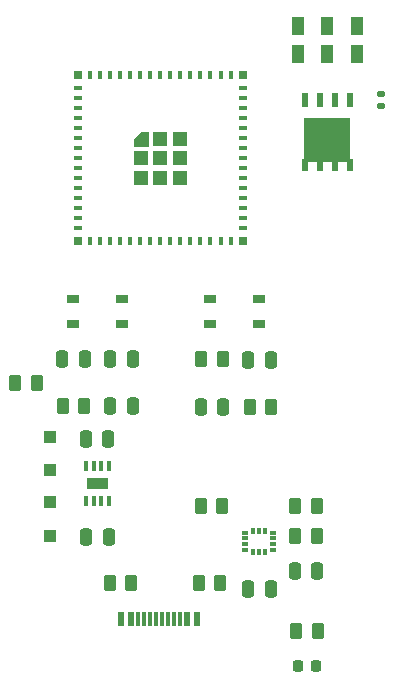
<source format=gbr>
%TF.GenerationSoftware,KiCad,Pcbnew,8.0.0*%
%TF.CreationDate,2024-09-30T13:09:28-07:00*%
%TF.ProjectId,BattleBot,42617474-6c65-4426-9f74-2e6b69636164,rev?*%
%TF.SameCoordinates,Original*%
%TF.FileFunction,Paste,Top*%
%TF.FilePolarity,Positive*%
%FSLAX46Y46*%
G04 Gerber Fmt 4.6, Leading zero omitted, Abs format (unit mm)*
G04 Created by KiCad (PCBNEW 8.0.0) date 2024-09-30 13:09:28*
%MOMM*%
%LPD*%
G01*
G04 APERTURE LIST*
G04 Aperture macros list*
%AMRoundRect*
0 Rectangle with rounded corners*
0 $1 Rounding radius*
0 $2 $3 $4 $5 $6 $7 $8 $9 X,Y pos of 4 corners*
0 Add a 4 corners polygon primitive as box body*
4,1,4,$2,$3,$4,$5,$6,$7,$8,$9,$2,$3,0*
0 Add four circle primitives for the rounded corners*
1,1,$1+$1,$2,$3*
1,1,$1+$1,$4,$5*
1,1,$1+$1,$6,$7*
1,1,$1+$1,$8,$9*
0 Add four rect primitives between the rounded corners*
20,1,$1+$1,$2,$3,$4,$5,0*
20,1,$1+$1,$4,$5,$6,$7,0*
20,1,$1+$1,$6,$7,$8,$9,0*
20,1,$1+$1,$8,$9,$2,$3,0*%
G04 Aperture macros list end*
%ADD10C,0.010000*%
%ADD11C,0.000000*%
%ADD12RoundRect,0.250000X-0.262500X-0.450000X0.262500X-0.450000X0.262500X0.450000X-0.262500X0.450000X0*%
%ADD13RoundRect,0.250000X0.262500X0.450000X-0.262500X0.450000X-0.262500X-0.450000X0.262500X-0.450000X0*%
%ADD14RoundRect,0.250000X-0.250000X-0.475000X0.250000X-0.475000X0.250000X0.475000X-0.250000X0.475000X0*%
%ADD15RoundRect,0.250000X0.250000X0.475000X-0.250000X0.475000X-0.250000X-0.475000X0.250000X-0.475000X0*%
%ADD16RoundRect,0.250000X-0.300000X0.300000X-0.300000X-0.300000X0.300000X-0.300000X0.300000X0.300000X0*%
%ADD17R,0.610000X1.270000*%
%ADD18R,3.910000X3.810000*%
%ADD19R,0.610000X1.020000*%
%ADD20R,0.800000X0.400000*%
%ADD21R,0.400000X0.800000*%
%ADD22R,1.200000X1.200000*%
%ADD23R,0.800000X0.800000*%
%ADD24R,1.050000X0.650000*%
%ADD25RoundRect,0.135000X-0.185000X0.135000X-0.185000X-0.135000X0.185000X-0.135000X0.185000X0.135000X0*%
%ADD26RoundRect,0.218750X-0.218750X-0.256250X0.218750X-0.256250X0.218750X0.256250X-0.218750X0.256250X0*%
%ADD27R,0.302473X0.931065*%
%ADD28R,1.000000X1.600000*%
%ADD29R,0.600000X1.150000*%
%ADD30R,0.300000X1.150000*%
%ADD31RoundRect,0.250000X0.300000X-0.300000X0.300000X0.300000X-0.300000X0.300000X-0.300000X-0.300000X0*%
%ADD32R,0.610000X0.350000*%
%ADD33R,0.350000X0.610000*%
G04 APERTURE END LIST*
D10*
%TO.C,MCU1*%
X217800000Y-71950000D02*
X216600000Y-71950000D01*
X216600000Y-71350000D01*
X217200000Y-70750000D01*
X217800000Y-70750000D01*
X217800000Y-71950000D01*
G36*
X217800000Y-71950000D02*
G01*
X216600000Y-71950000D01*
X216600000Y-71350000D01*
X217200000Y-70750000D01*
X217800000Y-70750000D01*
X217800000Y-71950000D01*
G37*
D11*
%TO.C,LDO1*%
G36*
X214400001Y-101054466D02*
G01*
X212650001Y-101054466D01*
X212650001Y-100054468D01*
X214400001Y-100054468D01*
X214400001Y-101054466D01*
G37*
%TD*%
D12*
%TO.C,R10*%
X210587500Y-94000000D03*
X212412500Y-94000000D03*
%TD*%
D13*
%TO.C,R2*%
X216412500Y-109000000D03*
X214587500Y-109000000D03*
%TD*%
%TO.C,R12*%
X228250000Y-94075000D03*
X226425000Y-94075000D03*
%TD*%
%TO.C,R13*%
X224137500Y-90000000D03*
X222312500Y-90000000D03*
%TD*%
D12*
%TO.C,R4*%
X230287500Y-102450000D03*
X232112500Y-102450000D03*
%TD*%
%TO.C,R16*%
X230375000Y-113000000D03*
X232200000Y-113000000D03*
%TD*%
D13*
%TO.C,R5*%
X224112500Y-102450000D03*
X222287500Y-102450000D03*
%TD*%
%TO.C,R11*%
X208412500Y-92000000D03*
X206587500Y-92000000D03*
%TD*%
D12*
%TO.C,R1*%
X222087500Y-109000000D03*
X223912500Y-109000000D03*
%TD*%
%TO.C,R3*%
X230287500Y-105000000D03*
X232112500Y-105000000D03*
%TD*%
D14*
%TO.C,C3*%
X230250000Y-107950000D03*
X232150000Y-107950000D03*
%TD*%
%TO.C,C12*%
X222300000Y-94075000D03*
X224200000Y-94075000D03*
%TD*%
D15*
%TO.C,C11*%
X228200000Y-90075000D03*
X226300000Y-90075000D03*
%TD*%
%TO.C,C4*%
X228200000Y-109450000D03*
X226300000Y-109450000D03*
%TD*%
D14*
%TO.C,C13*%
X214600000Y-94000000D03*
X216500000Y-94000000D03*
%TD*%
%TO.C,C1*%
X212550000Y-96750000D03*
X214450000Y-96750000D03*
%TD*%
D15*
%TO.C,C5*%
X212450000Y-90000000D03*
X210550000Y-90000000D03*
%TD*%
D14*
%TO.C,C14*%
X214600000Y-90000000D03*
X216500000Y-90000000D03*
%TD*%
%TO.C,C2*%
X212575001Y-105095000D03*
X214475001Y-105095000D03*
%TD*%
D16*
%TO.C,D3*%
X209525001Y-102154467D03*
X209525001Y-104954467D03*
%TD*%
D17*
%TO.C,Q1*%
X234905000Y-68080000D03*
X233635000Y-68080000D03*
X232365000Y-68080000D03*
X231095000Y-68080000D03*
D18*
X233000000Y-71440000D03*
D19*
X234905000Y-73545000D03*
X233635000Y-73545000D03*
X232365000Y-73545000D03*
X231095000Y-73545000D03*
%TD*%
D20*
%TO.C,MCU1*%
X211850000Y-67050000D03*
X211850000Y-67900000D03*
X211850000Y-68750000D03*
X211850000Y-69600000D03*
X211850000Y-70450000D03*
X211850000Y-71300000D03*
X211850000Y-72150000D03*
X211850000Y-73000000D03*
X211850000Y-73850000D03*
X211850000Y-74700000D03*
X211850000Y-75550000D03*
X211850000Y-76400000D03*
X211850000Y-77250000D03*
X211850000Y-78100000D03*
X211850000Y-78950000D03*
D21*
X212900000Y-80000000D03*
X213750000Y-80000000D03*
X214600000Y-80000000D03*
X215450000Y-80000000D03*
X216300000Y-80000000D03*
X217150000Y-80000000D03*
X218000000Y-80000000D03*
X218850000Y-80000000D03*
X219700000Y-80000000D03*
X220550000Y-80000000D03*
X221400000Y-80000000D03*
X222250000Y-80000000D03*
X223100000Y-80000000D03*
X223950000Y-80000000D03*
X224800000Y-80000000D03*
D20*
X225850000Y-78950000D03*
X225850000Y-78100000D03*
X225850000Y-77250000D03*
X225850000Y-76400000D03*
X225850000Y-75550000D03*
X225850000Y-74700000D03*
X225850000Y-73850000D03*
X225850000Y-73000000D03*
X225850000Y-72150000D03*
X225850000Y-71300000D03*
X225850000Y-70450000D03*
X225850000Y-69600000D03*
X225850000Y-68750000D03*
X225850000Y-67900000D03*
X225850000Y-67050000D03*
D21*
X224800000Y-66000000D03*
X223950000Y-66000000D03*
X223100000Y-66000000D03*
X222250000Y-66000000D03*
X221400000Y-66000000D03*
X220550000Y-66000000D03*
X219700000Y-66000000D03*
X218850000Y-66000000D03*
X218000000Y-66000000D03*
X217150000Y-66000000D03*
X216300000Y-66000000D03*
X215450000Y-66000000D03*
X214600000Y-66000000D03*
X213750000Y-66000000D03*
X212900000Y-66000000D03*
D22*
X218850000Y-73000000D03*
X218850000Y-71350000D03*
X220500000Y-71350000D03*
X220500000Y-73000000D03*
X220500000Y-74650000D03*
X218850000Y-74650000D03*
X217200000Y-74650000D03*
X217200000Y-73000000D03*
D23*
X211850000Y-66000000D03*
X211850000Y-80000000D03*
X225850000Y-80000000D03*
X225850000Y-66000000D03*
%TD*%
D24*
%TO.C,SW3*%
X223100000Y-84925000D03*
X227250000Y-84925000D03*
X223100000Y-87075000D03*
X227250000Y-87075000D03*
%TD*%
D25*
%TO.C,R6*%
X237500000Y-67559623D03*
X237500000Y-68579623D03*
%TD*%
D26*
%TO.C,D2*%
X230500000Y-116000000D03*
X232075000Y-116000000D03*
%TD*%
D27*
%TO.C,LDO1*%
X214500000Y-99063934D03*
X213850002Y-99063934D03*
X213200000Y-99063934D03*
X212550002Y-99063934D03*
X212550002Y-102045000D03*
X213200000Y-102045000D03*
X213850002Y-102045000D03*
X214500000Y-102045000D03*
%TD*%
D28*
%TO.C,SW2*%
X230500000Y-61800000D03*
X233000000Y-61800000D03*
X235500000Y-61800000D03*
X230500000Y-64200000D03*
X233000000Y-64200000D03*
X235500000Y-64200000D03*
%TD*%
D29*
%TO.C,J11*%
X215550000Y-112000000D03*
X216350000Y-112000000D03*
D30*
X217500000Y-112000000D03*
X218500000Y-112000000D03*
X219000000Y-112000000D03*
X220000000Y-112000000D03*
D29*
X221950000Y-112000000D03*
X221150000Y-112000000D03*
D30*
X220500000Y-112000000D03*
X219500000Y-112000000D03*
X218000000Y-112000000D03*
X217000000Y-112000000D03*
%TD*%
D31*
%TO.C,D1*%
X209500000Y-99400000D03*
X209500000Y-96600000D03*
%TD*%
D32*
%TO.C,Accelerometer1*%
X226040000Y-104700000D03*
X226040000Y-105200000D03*
X226040000Y-105700000D03*
X226040000Y-106200000D03*
D33*
X226700000Y-106360000D03*
X227200000Y-106360000D03*
X227700000Y-106360000D03*
D32*
X228360000Y-106200000D03*
X228360000Y-105700000D03*
X228360000Y-105200000D03*
X228360000Y-104700000D03*
D33*
X227700000Y-104540000D03*
X227200000Y-104540000D03*
X226700000Y-104540000D03*
%TD*%
D24*
%TO.C,SW4*%
X211425000Y-84925000D03*
X215575000Y-84925000D03*
X211425000Y-87075000D03*
X215575000Y-87075000D03*
%TD*%
M02*

</source>
